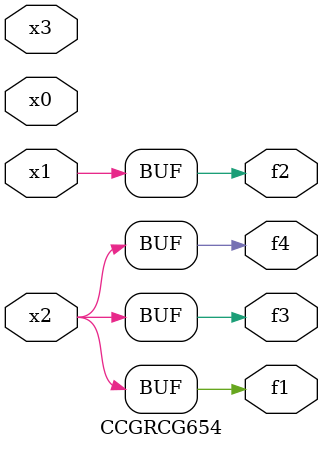
<source format=v>
module CCGRCG654(
	input x0, x1, x2, x3,
	output f1, f2, f3, f4
);
	assign f1 = x2;
	assign f2 = x1;
	assign f3 = x2;
	assign f4 = x2;
endmodule

</source>
